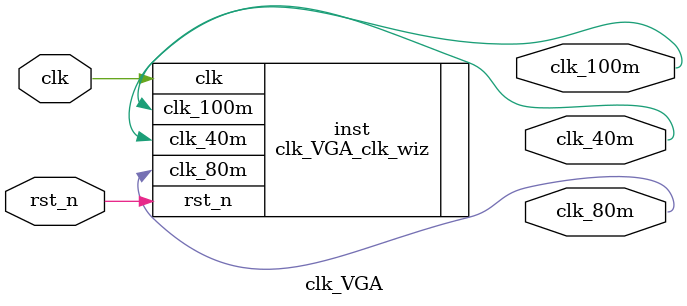
<source format=v>


`timescale 1ps/1ps

(* CORE_GENERATION_INFO = "clk_VGA,clk_wiz_v5_3_1,{component_name=clk_VGA,use_phase_alignment=true,use_min_o_jitter=false,use_max_i_jitter=false,use_dyn_phase_shift=false,use_inclk_switchover=false,use_dyn_reconfig=false,enable_axi=0,feedback_source=FDBK_AUTO,PRIMITIVE=MMCM,num_out_clk=3,clkin1_period=10.0,clkin2_period=10.0,use_power_down=false,use_reset=true,use_locked=false,use_inclk_stopped=false,feedback_type=SINGLE,CLOCK_MGR_TYPE=NA,manual_override=false}" *)

module clk_VGA 
 (
 // Clock in ports
  input         clk,
  // Clock out ports
  output        clk_40m,
  output        clk_80m,
  output        clk_100m,
  // Status and control signals
  input         rst_n
 );

  clk_VGA_clk_wiz inst
  (
 // Clock in ports
  .clk(clk),
  // Clock out ports  
  .clk_40m(clk_40m),
  .clk_80m(clk_80m),
  .clk_100m(clk_100m),
  // Status and control signals               
  .rst_n(rst_n) 
  );

endmodule

</source>
